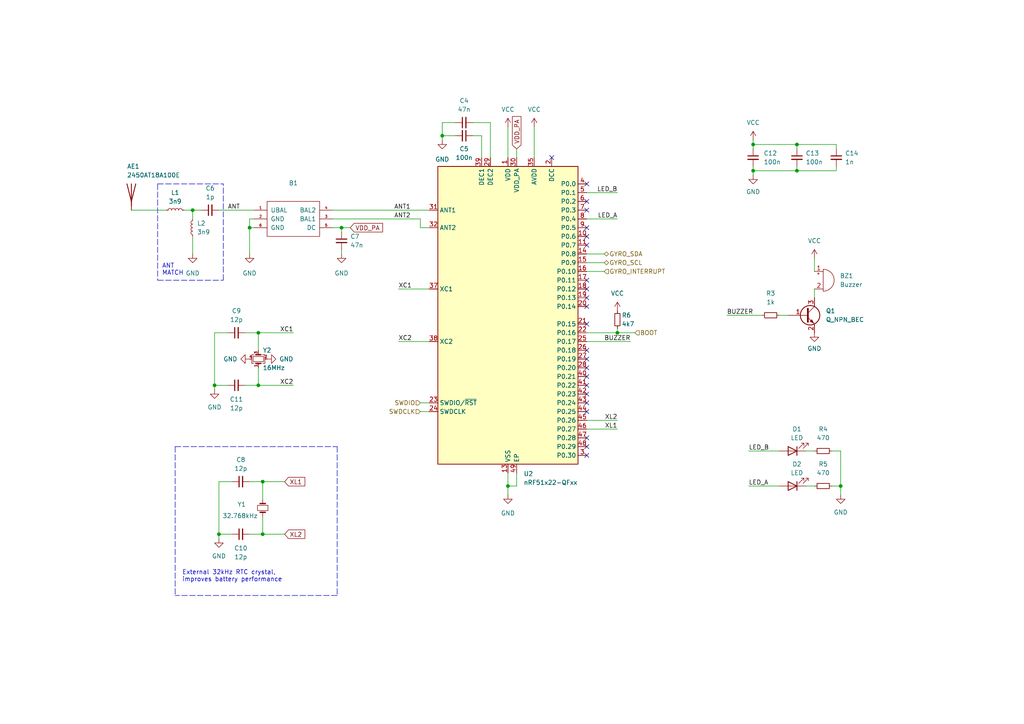
<source format=kicad_sch>
(kicad_sch (version 20211123) (generator eeschema)
  (paper "A4")
  (title_block (title "cockTag MCU & RF Sheet") (date "2022-11-06") (rev "A") (company "cockTag") (comment 1 "Proudly challenging the well-established Polish tracking tag industry"))
  (lib_symbols
    (symbol "Device:Antenna" (pin_numbers hide) (pin_names (offset 1.016) hide)
      (property "Reference" "AE" (at -1.905 1.905 0))
      (property "Value" "Antenna" (at -1.905 0 0))
      (symbol "Antenna_0_1"
        (polyline (pts (xy 0 2.54) (xy 0 -3.81)) (stroke (width 0.254)))
        (polyline (pts (xy 1.27 2.54) (xy 0 -2.54) (xy -1.27 2.54)) (stroke (width 0.254)))
      )
      (symbol "Antenna_1_1"
        (pin input line (at 0 -5.08 90) (length 2.54) (name "A") (number "1"))
      )
    )
    (symbol "Device:Buzzer" (pin_names (offset 0.0254) hide)
      (property "Reference" "BZ" (at 3.81 1.27 0))
      (property "Value" "Buzzer" (at 3.81 -1.27 0))
      (symbol "Buzzer_0_1"
        (arc (start 0 -3.175) (mid 3.175 0) (end 0 3.175))
        (polyline (pts (xy -1.651 1.905) (xy -1.143 1.905)))
        (polyline (pts (xy -1.397 2.159) (xy -1.397 1.651)))
        (polyline (pts (xy 0 3.175) (xy 0 -3.175)))
      )
      (symbol "Buzzer_1_1"
        (pin passive line (at -2.54 2.54 0) (length 2.54) (name "-") (number "1"))
        (pin passive line (at -2.54 -2.54 0) (length 2.54) (name "+") (number "2"))
      )
    )
    (symbol "Device:C_Small" (pin_numbers hide) (pin_names (offset 0.254) hide)
      (property "Reference" "C" (at 0.254 1.778 0))
      (property "Value" "C_Small" (at 0.254 -2.032 0))
      (symbol "C_Small_0_1"
        (polyline (pts (xy -1.524 -0.508) (xy 1.524 -0.508)) (stroke (width 0.3302)))
        (polyline (pts (xy -1.524 0.508) (xy 1.524 0.508)) (stroke (width 0.3048)))
      )
      (symbol "C_Small_1_1"
        (pin passive line (at 0 2.54 270) (length 2.032) (name "~") (number "1"))
        (pin passive line (at 0 -2.54 90) (length 2.032) (name "~") (number "2"))
      )
    )
    (symbol "Device:Crystal_GND24_Small" (pin_names (offset 1.016) hide)
      (property "Reference" "Y" (at 1.27 4.445 0))
      (property "Value" "Crystal_GND24_Small" (at 1.27 2.54 0))
      (symbol "Crystal_GND24_Small_0_1"
        (rectangle (start -0.762 -1.524) (end 0.762 1.524))
        (polyline (pts (xy -1.27 -0.762) (xy -1.27 0.762)) (stroke (width 0.381)))
        (polyline (pts (xy 1.27 -0.762) (xy 1.27 0.762)) (stroke (width 0.381)))
        (polyline (pts (xy -1.27 -1.27) (xy -1.27 -1.905) (xy 1.27 -1.905) (xy 1.27 -1.27)))
        (polyline (pts (xy -1.27 1.27) (xy -1.27 1.905) (xy 1.27 1.905) (xy 1.27 1.27)))
      )
      (symbol "Crystal_GND24_Small_1_1"
        (pin passive line (at -2.54 0 0) (length 1.27) (name "1") (number "1"))
        (pin passive line (at 0 -2.54 90) (length 0.635) (name "2") (number "2"))
        (pin passive line (at 2.54 0 180) (length 1.27) (name "3") (number "3"))
        (pin passive line (at 0 2.54 270) (length 0.635) (name "4") (number "4"))
      )
    )
    (symbol "Device:Crystal_Small" (pin_numbers hide) (pin_names (offset 1.016) hide)
      (property "Reference" "Y" (at 0 2.54 0))
      (property "Value" "Crystal_Small" (at 0 -2.54 0))
      (symbol "Crystal_Small_0_1"
        (rectangle (start -0.762 -1.524) (end 0.762 1.524))
        (polyline (pts (xy -1.27 -0.762) (xy -1.27 0.762)) (stroke (width 0.381)))
        (polyline (pts (xy 1.27 -0.762) (xy 1.27 0.762)) (stroke (width 0.381)))
      )
      (symbol "Crystal_Small_1_1"
        (pin passive line (at -2.54 0 0) (length 1.27) (name "1") (number "1"))
        (pin passive line (at 2.54 0 180) (length 1.27) (name "2") (number "2"))
      )
    )
    (symbol "Device:LED" (pin_numbers hide) (pin_names (offset 1.016) hide)
      (property "Reference" "D" (at 0 2.54 0))
      (property "Value" "LED" (at 0 -2.54 0))
      (symbol "LED_0_1"
        (polyline (pts (xy -1.27 -1.27) (xy -1.27 1.27)) (stroke (width 0.254)))
        (polyline (pts (xy -1.27 0) (xy 1.27 0)))
        (polyline (pts (xy 1.27 -1.27) (xy 1.27 1.27) (xy -1.27 0) (xy 1.27 -1.27)) (stroke (width 0.254)))
        (polyline (pts (xy -3.048 -0.762) (xy -4.572 -2.286) (xy -3.81 -2.286) (xy -4.572 -2.286) (xy -4.572 -1.524)))
        (polyline (pts (xy -1.778 -0.762) (xy -3.302 -2.286) (xy -2.54 -2.286) (xy -3.302 -2.286) (xy -3.302 -1.524)))
      )
      (symbol "LED_1_1"
        (pin passive line (at -3.81 0 0) (length 2.54) (name "K") (number "1"))
        (pin passive line (at 3.81 0 180) (length 2.54) (name "A") (number "2"))
      )
    )
    (symbol "Device:L_Small" (pin_numbers hide) (pin_names (offset 0.254) hide)
      (property "Reference" "L" (at 0.762 1.016 0))
      (property "Value" "L_Small" (at 0.762 -1.016 0))
      (symbol "L_Small_0_1"
        (arc (start 0 -2.032) (mid 0.508 -1.524) (end 0 -1.016))
        (arc (start 0 -1.016) (mid 0.508 -0.508) (end 0 0))
        (arc (start 0 0) (mid 0.508 0.508) (end 0 1.016))
        (arc (start 0 1.016) (mid 0.508 1.524) (end 0 2.032))
      )
      (symbol "L_Small_1_1"
        (pin passive line (at 0 2.54 270) (length 0.508) (name "~") (number "1"))
        (pin passive line (at 0 -2.54 90) (length 0.508) (name "~") (number "2"))
      )
    )
    (symbol "Device:Q_NPN_BEC" (pin_names (offset 0) hide)
      (property "Reference" "Q" (at 5.08 1.27 0))
      (property "Value" "Q_NPN_BEC" (at 5.08 -1.27 0))
      (symbol "Q_NPN_BEC_0_1"
        (polyline (pts (xy 0.635 0.635) (xy 2.54 2.54)))
        (polyline (pts (xy 0.635 -0.635) (xy 2.54 -2.54) (xy 2.54 -2.54)))
        (polyline (pts (xy 0.635 1.905) (xy 0.635 -1.905) (xy 0.635 -1.905)) (stroke (width 0.508)))
        (polyline (pts (xy 1.27 -1.778) (xy 1.778 -1.27) (xy 2.286 -2.286) (xy 1.27 -1.778) (xy 1.27 -1.778)) (fill (type outline)))
        (circle (center 1.27 0) (radius 2.8194) (stroke (width 0.254)))
      )
      (symbol "Q_NPN_BEC_1_1"
        (pin input line (at -5.08 0 0) (length 5.715) (name "B") (number "1"))
        (pin passive line (at 2.54 -5.08 90) (length 2.54) (name "E") (number "2"))
        (pin passive line (at 2.54 5.08 270) (length 2.54) (name "C") (number "3"))
      )
    )
    (symbol "Device:R_Small" (pin_numbers hide) (pin_names (offset 0.254) hide)
      (property "Reference" "R" (at 0.762 0.508 0))
      (property "Value" "R_Small" (at 0.762 -1.016 0))
      (symbol "R_Small_0_1"
        (rectangle (start -0.762 1.778) (end 0.762 -1.778) (stroke (width 0.2032)))
      )
      (symbol "R_Small_1_1"
        (pin passive line (at 0 2.54 270) (length 0.762) (name "~") (number "1"))
        (pin passive line (at 0 -2.54 90) (length 0.762) (name "~") (number "2"))
      )
    )
    (symbol "Lib:nRF-BALUN" (pin_names (offset 1.016))
      (property "Reference" "B" (at -7.62 8.89 0))
      (property "Value" "nRF-BALUN" (at -7.62 6.35 0))
      (symbol "nRF-BALUN_1_0"
        (rectangle (start -7.62 -5.08) (end 7.62 5.08))
      )
      (symbol "nRF-BALUN_1_1"
        (pin input line (at 11.43 2.54 180) (length 3.81) (name "UBAL") (number "1"))
        (pin power_in line (at 11.43 0 180) (length 3.81) (name "GND") (number "2"))
        (pin input line (at -11.43 0 0) (length 3.81) (name "BAL1") (number "3"))
        (pin input line (at -11.43 2.54 0) (length 3.81) (name "BAL2") (number "4"))
        (pin input line (at -11.43 -2.54 0) (length 3.81) (name "DC") (number "5"))
        (pin power_in line (at 11.43 -2.54 180) (length 3.81) (name "GND") (number "6"))
      )
    )
    (symbol "MCU_Nordic:nRF51x22-QFxx"
      (property "Reference" "U" (at 0 2.54 0))
      (property "Value" "nRF51x22-QFxx" (at 0 -2.54 0))
      (symbol "nRF51x22-QFxx_0_1"
        (rectangle (start -20.32 43.18) (end 20.32 -43.18) (stroke (width 0.254)) (fill (type background)))
      )
      (symbol "nRF51x22-QFxx_1_1"
        (pin power_in line (at 0 45.72 270) (length 2.54) (name "VDD") (number "1"))
        (pin bidirectional line (at 22.86 22.86 180) (length 2.54) (name "P0.6") (number "10"))
        (pin bidirectional line (at 22.86 20.32 180) (length 2.54) (name "P0.7") (number "11"))
        (pin passive line (at 0 45.72 270) (length 2.54) hide (name "VDD") (number "12"))
        (pin power_in line (at 0 -45.72 90) (length 2.54) (name "VSS") (number "13"))
        (pin bidirectional line (at 22.86 17.78 180) (length 2.54) (name "P0.8") (number "14"))
        (pin bidirectional line (at 22.86 15.24 180) (length 2.54) (name "P0.9") (number "15"))
        (pin bidirectional line (at 22.86 12.7 180) (length 2.54) (name "P0.10") (number "16"))
        (pin bidirectional line (at 22.86 10.16 180) (length 2.54) (name "P0.11") (number "17"))
        (pin bidirectional line (at 22.86 7.62 180) (length 2.54) (name "P0.12") (number "18"))
        (pin bidirectional line (at 22.86 5.08 180) (length 2.54) (name "P0.13") (number "19"))
        (pin power_out line (at 12.7 45.72 270) (length 2.54) (name "DCC") (number "2"))
        (pin bidirectional line (at 22.86 2.54 180) (length 2.54) (name "P0.14") (number "20"))
        (pin bidirectional line (at 22.86 -2.54 180) (length 2.54) (name "P0.15") (number "21"))
        (pin bidirectional line (at 22.86 -5.08 180) (length 2.54) (name "P0.16") (number "22"))
        (pin bidirectional line (at -22.86 -25.4 0) (length 2.54) (name "SWDIO/~{RST}") (number "23"))
        (pin input line (at -22.86 -27.94 0) (length 2.54) (name "SWDCLK") (number "24"))
        (pin bidirectional line (at 22.86 -7.62 180) (length 2.54) (name "P0.17") (number "25"))
        (pin bidirectional line (at 22.86 -10.16 180) (length 2.54) (name "P0.18") (number "26"))
        (pin bidirectional line (at 22.86 -12.7 180) (length 2.54) (name "P0.19") (number "27"))
        (pin bidirectional line (at 22.86 -15.24 180) (length 2.54) (name "P0.20") (number "28"))
        (pin passive line (at -5.08 45.72 270) (length 2.54) (name "DEC2") (number "29"))
        (pin bidirectional line (at 22.86 -40.64 180) (length 2.54) (name "P0.30") (number "3"))
        (pin power_out line (at 2.54 45.72 270) (length 2.54) (name "VDD_PA") (number "30"))
        (pin output line (at -22.86 30.48 0) (length 2.54) (name "ANT1") (number "31"))
        (pin output line (at -22.86 25.4 0) (length 2.54) (name "ANT2") (number "32"))
        (pin passive line (at 0 -45.72 90) (length 2.54) hide (name "VSS") (number "33"))
        (pin passive line (at 0 -45.72 90) (length 2.54) hide (name "VSS") (number "34"))
        (pin power_in line (at 7.62 45.72 270) (length 2.54) (name "AVDD") (number "35"))
        (pin passive line (at 7.62 45.72 270) (length 2.54) hide (name "AVDD") (number "36"))
        (pin input line (at -22.86 7.62 0) (length 2.54) (name "XC1") (number "37"))
        (pin input line (at -22.86 -7.62 0) (length 2.54) (name "XC2") (number "38"))
        (pin passive line (at -7.62 45.72 270) (length 2.54) (name "DEC1") (number "39"))
        (pin bidirectional line (at 22.86 38.1 180) (length 2.54) (name "P0.0") (number "4"))
        (pin bidirectional line (at 22.86 -17.78 180) (length 2.54) (name "P0.21") (number "40"))
        (pin bidirectional line (at 22.86 -20.32 180) (length 2.54) (name "P0.22") (number "41"))
        (pin bidirectional line (at 22.86 -22.86 180) (length 2.54) (name "P0.23") (number "42"))
        (pin bidirectional line (at 22.86 -25.4 180) (length 2.54) (name "P0.24") (number "43"))
        (pin bidirectional line (at 22.86 -27.94 180) (length 2.54) (name "P0.25") (number "44"))
        (pin bidirectional line (at 22.86 -30.48 180) (length 2.54) (name "P0.26") (number "45"))
        (pin bidirectional line (at 22.86 -33.02 180) (length 2.54) (name "P0.27") (number "46"))
        (pin bidirectional line (at 22.86 -35.56 180) (length 2.54) (name "P0.28") (number "47"))
        (pin bidirectional line (at 22.86 -38.1 180) (length 2.54) (name "P0.29") (number "48"))
        (pin power_in line (at 2.54 -45.72 90) (length 2.54) (name "EP") (number "49"))
        (pin bidirectional line (at 22.86 35.56 180) (length 2.54) (name "P0.1") (number "5"))
        (pin bidirectional line (at 22.86 33.02 180) (length 2.54) (name "P0.2") (number "6"))
        (pin bidirectional line (at 22.86 30.48 180) (length 2.54) (name "P0.3") (number "7"))
        (pin bidirectional line (at 22.86 27.94 180) (length 2.54) (name "P0.4") (number "8"))
        (pin bidirectional line (at 22.86 25.4 180) (length 2.54) (name "P0.5") (number "9"))
      )
    )
    (symbol "power:GND" (power) (pin_names (offset 0))
      (property "Value" "GND" (at 0 -3.81 0))
      (symbol "GND_0_1"
        (polyline (pts (xy 0 0) (xy 0 -1.27) (xy 1.27 -1.27) (xy 0 -2.54) (xy -1.27 -1.27) (xy 0 -1.27)))
      )
      (symbol "GND_1_1"
        (pin power_in line (at 0 0 270) (length 0) hide (name "GND") (number "1"))
      )
    )
    (symbol "power:VCC" (power) (pin_names (offset 0))
      (property "Value" "VCC" (at 0 3.81 0))
      (symbol "VCC_0_1"
        (polyline (pts (xy -0.762 1.27) (xy 0 2.54)))
        (polyline (pts (xy 0 0) (xy 0 2.54)))
        (polyline (pts (xy 0 2.54) (xy 0.762 1.27)))
      )
      (symbol "VCC_1_1"
        (pin power_in line (at 0 0 90) (length 0) hide (name "VCC") (number "1"))
      )
    )
  )
  (junction (at 99.06 66.04))
  (junction (at 218.44 41.91))
  (junction (at 179.07 96.52))
  (junction (at 55.88 60.96))
  (junction (at 62.23 111.76))
  (junction (at 218.44 49.53))
  (junction (at 231.14 49.53))
  (junction (at 74.93 111.76))
  (junction (at 231.14 41.91))
  (junction (at 74.93 96.52))
  (junction (at 72.39 66.04))
  (junction (at 63.5 154.94))
  (junction (at 76.2 139.7))
  (junction (at 76.2 154.94))
  (junction (at 128.27 39.37))
  (junction (at 147.32 140.97))
  (junction (at 243.84 140.97))
  (no_connect (at 170.18 66.04))
  (no_connect (at 170.18 86.36))
  (no_connect (at 170.18 127))
  (no_connect (at 170.18 129.54))
  (no_connect (at 170.18 132.08))
  (no_connect (at 170.18 114.3))
  (no_connect (at 170.18 116.84))
  (no_connect (at 170.18 119.38))
  (no_connect (at 170.18 60.96))
  (no_connect (at 170.18 58.42))
  (no_connect (at 170.18 71.12))
  (no_connect (at 170.18 81.28))
  (no_connect (at 170.18 93.98))
  (no_connect (at 170.18 111.76))
  (no_connect (at 170.18 109.22))
  (no_connect (at 170.18 106.68))
  (no_connect (at 170.18 104.14))
  (no_connect (at 170.18 101.6))
  (no_connect (at 170.18 83.82))
  (no_connect (at 160.02 45.72))
  (no_connect (at 170.18 53.34))
  (no_connect (at 170.18 68.58))
  (no_connect (at 170.18 88.9))
  (wire (pts (xy 147.32 140.97) (xy 147.32 137.16)))
  (wire (pts (xy 115.57 99.06) (xy 124.46 99.06)))
  (wire (pts (xy 170.18 121.92) (xy 179.07 121.92)))
  (wire (pts (xy 175.26 76.2) (xy 170.18 76.2)))
  (wire (pts (xy 76.2 144.78) (xy 76.2 139.7)))
  (wire (pts (xy 243.84 140.97) (xy 241.3 140.97)))
  (wire (pts (xy 76.2 149.86) (xy 76.2 154.94)))
  (wire (pts (xy 170.18 96.52) (xy 179.07 96.52)))
  (wire (pts (xy 175.26 73.66) (xy 170.18 73.66)))
  (polyline (pts (xy 64.77 81.28) (xy 64.77 53.34)))
  (wire (pts (xy 76.2 154.94) (xy 82.55 154.94)))
  (wire (pts (xy 226.06 91.44) (xy 228.6 91.44)))
  (polyline (pts (xy 97.79 172.72) (xy 50.8 172.72)))
  (polyline (pts (xy 50.8 129.54) (xy 97.79 129.54)))
  (wire (pts (xy 128.27 35.56) (xy 132.08 35.56)))
  (wire (pts (xy 74.93 111.76) (xy 85.09 111.76)))
  (wire (pts (xy 128.27 39.37) (xy 132.08 39.37)))
  (wire (pts (xy 170.18 55.88) (xy 179.07 55.88)))
  (wire (pts (xy 137.16 39.37) (xy 139.7 39.37)))
  (wire (pts (xy 218.44 41.91) (xy 231.14 41.91)))
  (wire (pts (xy 210.82 91.44) (xy 220.98 91.44)))
  (wire (pts (xy 217.17 140.97) (xy 226.06 140.97)))
  (wire (pts (xy 62.23 111.76) (xy 62.23 96.52)))
  (wire (pts (xy 149.86 43.18) (xy 149.86 45.72)))
  (wire (pts (xy 71.12 111.76) (xy 74.93 111.76)))
  (wire (pts (xy 179.07 96.52) (xy 184.15 96.52)))
  (polyline (pts (xy 45.72 81.28) (xy 64.77 81.28)))
  (wire (pts (xy 73.66 66.04) (xy 72.39 66.04)))
  (wire (pts (xy 72.39 73.66) (xy 72.39 66.04)))
  (wire (pts (xy 139.7 39.37) (xy 139.7 45.72)))
  (wire (pts (xy 147.32 36.83) (xy 147.32 45.72)))
  (wire (pts (xy 74.93 101.6) (xy 74.93 96.52)))
  (wire (pts (xy 149.86 137.16) (xy 149.86 140.97)))
  (wire (pts (xy 128.27 39.37) (xy 128.27 40.64)))
  (wire (pts (xy 67.31 154.94) (xy 63.5 154.94)))
  (wire (pts (xy 96.52 66.04) (xy 99.06 66.04)))
  (wire (pts (xy 62.23 113.03) (xy 62.23 111.76)))
  (wire (pts (xy 121.92 119.38) (xy 124.46 119.38)))
  (wire (pts (xy 121.92 116.84) (xy 124.46 116.84)))
  (polyline (pts (xy 45.72 53.34) (xy 64.77 53.34)))
  (wire (pts (xy 231.14 48.26) (xy 231.14 49.53)))
  (wire (pts (xy 73.66 63.5) (xy 72.39 63.5)))
  (wire (pts (xy 72.39 139.7) (xy 76.2 139.7)))
  (wire (pts (xy 231.14 49.53) (xy 242.57 49.53)))
  (wire (pts (xy 121.92 63.5) (xy 121.92 66.04)))
  (wire (pts (xy 72.39 63.5) (xy 72.39 66.04)))
  (wire (pts (xy 63.5 139.7) (xy 67.31 139.7)))
  (wire (pts (xy 170.18 63.5) (xy 179.07 63.5)))
  (wire (pts (xy 175.26 78.74) (xy 170.18 78.74)))
  (wire (pts (xy 55.88 63.5) (xy 55.88 60.96)))
  (wire (pts (xy 55.88 73.66) (xy 55.88 68.58)))
  (wire (pts (xy 149.86 140.97) (xy 147.32 140.97)))
  (wire (pts (xy 99.06 66.04) (xy 101.6 66.04)))
  (wire (pts (xy 38.1 60.96) (xy 48.26 60.96)))
  (polyline (pts (xy 50.8 129.54) (xy 50.8 172.72)))
  (wire (pts (xy 121.92 66.04) (xy 124.46 66.04)))
  (wire (pts (xy 231.14 41.91) (xy 231.14 43.18)))
  (wire (pts (xy 71.12 96.52) (xy 74.93 96.52)))
  (wire (pts (xy 241.3 130.81) (xy 243.84 130.81)))
  (wire (pts (xy 236.22 74.93) (xy 236.22 78.74)))
  (wire (pts (xy 154.94 36.83) (xy 154.94 45.72)))
  (wire (pts (xy 231.14 41.91) (xy 242.57 41.91)))
  (wire (pts (xy 218.44 41.91) (xy 218.44 43.18)))
  (wire (pts (xy 218.44 40.64) (xy 218.44 41.91)))
  (wire (pts (xy 242.57 41.91) (xy 242.57 43.18)))
  (wire (pts (xy 76.2 139.7) (xy 82.55 139.7)))
  (wire (pts (xy 233.68 130.81) (xy 236.22 130.81)))
  (wire (pts (xy 243.84 140.97) (xy 243.84 143.51)))
  (wire (pts (xy 66.04 111.76) (xy 62.23 111.76)))
  (wire (pts (xy 99.06 66.04) (xy 99.06 67.31)))
  (polyline (pts (xy 45.72 53.34) (xy 45.72 81.28)))
  (wire (pts (xy 96.52 60.96) (xy 124.46 60.96)))
  (wire (pts (xy 147.32 143.51) (xy 147.32 140.97)))
  (wire (pts (xy 62.23 96.52) (xy 66.04 96.52)))
  (wire (pts (xy 236.22 83.82) (xy 236.22 86.36)))
  (wire (pts (xy 99.06 72.39) (xy 99.06 73.66)))
  (wire (pts (xy 170.18 124.46) (xy 179.07 124.46)))
  (wire (pts (xy 115.57 83.82) (xy 124.46 83.82)))
  (wire (pts (xy 217.17 130.81) (xy 226.06 130.81)))
  (wire (pts (xy 170.18 99.06) (xy 182.88 99.06)))
  (wire (pts (xy 137.16 35.56) (xy 142.24 35.56)))
  (wire (pts (xy 233.68 140.97) (xy 236.22 140.97)))
  (wire (pts (xy 55.88 60.96) (xy 58.42 60.96)))
  (wire (pts (xy 179.07 95.25) (xy 179.07 96.52)))
  (polyline (pts (xy 97.79 129.54) (xy 97.79 172.72)))
  (wire (pts (xy 218.44 49.53) (xy 218.44 50.8)))
  (wire (pts (xy 218.44 48.26) (xy 218.44 49.53)))
  (wire (pts (xy 142.24 35.56) (xy 142.24 45.72)))
  (wire (pts (xy 96.52 63.5) (xy 121.92 63.5)))
  (wire (pts (xy 128.27 35.56) (xy 128.27 39.37)))
  (wire (pts (xy 218.44 49.53) (xy 231.14 49.53)))
  (wire (pts (xy 72.39 154.94) (xy 76.2 154.94)))
  (wire (pts (xy 243.84 130.81) (xy 243.84 140.97)))
  (wire (pts (xy 63.5 156.21) (xy 63.5 154.94)))
  (wire (pts (xy 63.5 60.96) (xy 73.66 60.96)))
  (wire (pts (xy 74.93 96.52) (xy 85.09 96.52)))
  (wire (pts (xy 242.57 49.53) (xy 242.57 48.26)))
  (wire (pts (xy 74.93 106.68) (xy 74.93 111.76)))
  (wire (pts (xy 63.5 154.94) (xy 63.5 139.7)))
  (wire (pts (xy 53.34 60.96) (xy 55.88 60.96)))
  (text "ANT\nMATCH\n" (at 46.99 80.01 0) (effects (font (size 1.27 1.27)) (justify left bottom)))
  (text "External 32kHz RTC crystal,\nimproves battery performance" (at 52.832 168.91 0) (effects (font (size 1.27 1.27)) (justify left bottom)))
  (label "LED_B" (at 179.07 55.88 180))
  (label "ANT2" (at 114.3 63.5 0))
  (label "XC1" (at 85.09 96.52 180))
  (label "BUZZER" (at 210.82 91.44 0))
  (label "BUZZER" (at 182.88 99.06 180))
  (label "LED_A" (at 179.07 63.5 180))
  (label "XC1" (at 115.57 83.82 0))
  (label "LED_B" (at 217.17 130.81 0))
  (label "XL2" (at 179.07 121.92 180))
  (label "ANT" (at 66.04 60.96 0))
  (label "XL1" (at 179.07 124.46 180))
  (label "XC2" (at 115.57 99.06 0))
  (label "LED_A" (at 217.17 140.97 0))
  (label "XC2" (at 85.09 111.76 180))
  (label "ANT1" (at 114.3 60.96 0))
  (global_label "VDD_PA" (shape input) (at 101.6 66.04 0) (property "Intersheet References" "${INTERSHEET_REFS}" (effects hide)))
  (global_label "VDD_PA" (shape input) (at 149.86 43.18 90) (property "Intersheet References" "${INTERSHEET_REFS}" (effects hide)))
  (global_label "XL2" (shape input) (at 82.55 154.94 0) (property "Intersheet References" "${INTERSHEET_REFS}" (effects hide)))
  (global_label "XL1" (shape input) (at 82.55 139.7 0) (property "Intersheet References" "${INTERSHEET_REFS}" (effects hide)))
  (hierarchical_label "SWDCLK" (shape input) (at 121.92 119.38 180))
  (hierarchical_label "GYRO_INTERRUPT" (shape input) (at 175.26 78.74 0))
  (hierarchical_label "SWDIO" (shape input) (at 121.92 116.84 180))
  (hierarchical_label "BOOT" (shape input) (at 184.15 96.52 0))
  (hierarchical_label "GYRO_SCL" (shape bidirectional) (at 175.26 76.2 0))
  (hierarchical_label "GYRO_SDA" (shape bidirectional) (at 175.26 73.66 0))
  (symbol (lib_id "Device:R_Small") (at 238.76 140.97 270) (mirror x) (unit 1)
    (property "Reference" "R5" (at 238.76 134.62 90))
    (property "Value" "470" (at 238.76 137.16 90))
    (property "Footprint" "Resistor_SMD:R_0402_1005Metric" (effects hide))
  )
  (symbol (lib_id "power:GND") (at 218.44 50.8 0) (unit 1)
    (property "Reference" "#PWR030" (effects hide))
    (property "Value" "GND" (at 218.44 55.626 0))
  )
  (symbol (lib_id "power:GND") (at 77.47 104.14 90) (unit 1)
    (property "Reference" "#PWR0101" (effects hide))
    (property "Value" "GND" (at 85.09 104.14 90) (effects (justify left)))
  )
  (symbol (lib_id "power:VCC") (at 218.44 40.64 0) (unit 1)
    (property "Reference" "#PWR029" (effects hide))
    (property "Value" "VCC" (at 218.44 35.56 0))
  )
  (symbol (lib_id "power:GND") (at 147.32 143.51 0) (unit 1)
    (property "Reference" "#PWR028" (effects hide))
    (property "Value" "GND" (at 147.32 148.844 0))
  )
  (symbol (lib_id "Device:C_Small") (at 134.62 39.37 270) (mirror x) (unit 1)
    (property "Reference" "C5" (at 134.62 43.18 90))
    (property "Value" "100n" (at 134.62 45.72 90))
    (property "Footprint" "Capacitor_SMD:C_0402_1005Metric" (effects hide))
  )
  (symbol (lib_id "Device:C_Small") (at 99.06 69.85 0) (mirror y) (unit 1)
    (property "Reference" "C7" (at 101.6 68.5862 0) (effects (justify right)))
    (property "Value" "47n" (at 101.6 71.1262 0) (effects (justify right)))
    (property "Footprint" "Capacitor_SMD:C_0402_1005Metric" (effects hide))
  )
  (symbol (lib_id "Device:C_Small") (at 231.14 45.72 0) (unit 1)
    (property "Reference" "C13" (at 233.68 44.4562 0) (effects (justify left)))
    (property "Value" "100n" (at 233.68 46.9962 0) (effects (justify left)))
    (property "Footprint" "Capacitor_SMD:C_0402_1005Metric" (effects hide))
  )
  (symbol (lib_id "Device:R_Small") (at 223.52 91.44 90) (unit 1)
    (property "Reference" "R3" (at 223.52 85.09 90))
    (property "Value" "1k" (at 223.52 87.63 90))
    (property "Footprint" "Resistor_SMD:R_0402_1005Metric" (effects hide))
  )
  (symbol (lib_id "power:GND") (at 55.88 73.66 0) (mirror y) (unit 1)
    (property "Reference" "#PWR022" (effects hide))
    (property "Value" "GND" (at 55.88 79.248 0))
  )
  (symbol (lib_id "Device:LED") (at 229.87 130.81 180) (unit 1)
    (property "Reference" "D1" (at 231.14 124.46 0))
    (property "Value" "LED" (at 231.14 127 0))
    (property "Footprint" "LED_SMD:LED_0402_1005Metric" (effects hide))
  )
  (symbol (lib_id "Device:C_Small") (at 69.85 139.7 90) (unit 1)
    (property "Reference" "C8" (at 69.8563 133.35 90))
    (property "Value" "12p" (at 69.8563 135.89 90))
    (property "Footprint" "Capacitor_SMD:C_0402_1005Metric" (effects hide))
  )
  (symbol (lib_id "power:VCC") (at 147.32 36.83 0) (unit 1)
    (property "Reference" "#PWR018" (effects hide))
    (property "Value" "VCC" (at 147.32 31.75 0))
  )
  (symbol (lib_id "power:GND") (at 243.84 143.51 0) (unit 1)
    (property "Reference" "#PWR031" (effects hide))
    (property "Value" "GND" (at 243.84 148.59 0))
  )
  (symbol (lib_id "Device:C_Small") (at 242.57 45.72 0) (unit 1)
    (property "Reference" "C14" (at 245.11 44.4562 0) (effects (justify left)))
    (property "Value" "1n" (at 245.11 46.9962 0) (effects (justify left)))
    (property "Footprint" "Capacitor_SMD:C_0402_1005Metric" (effects hide))
  )
  (symbol (lib_id "Device:C_Small") (at 218.44 45.72 0) (unit 1)
    (property "Reference" "C12" (at 221.488 44.4562 0) (effects (justify left)))
    (property "Value" "100n" (at 221.488 46.9962 0) (effects (justify left)))
    (property "Footprint" "Capacitor_SMD:C_0402_1005Metric" (effects hide))
  )
  (symbol (lib_id "power:VCC") (at 236.22 74.93 0) (unit 1)
    (property "Reference" "#PWR021" (effects hide))
    (property "Value" "VCC" (at 236.22 69.85 0))
  )
  (symbol (lib_id "power:GND") (at 62.23 113.03 0) (unit 1)
    (property "Reference" "#PWR027" (effects hide))
    (property "Value" "GND" (at 62.23 118.11 0))
  )
  (symbol (lib_id "Device:C_Small") (at 134.62 35.56 90) (unit 1)
    (property "Reference" "C4" (at 134.6263 29.21 90))
    (property "Value" "47n" (at 134.6263 31.75 90))
    (property "Footprint" "Capacitor_SMD:C_0402_1005Metric" (effects hide))
  )
  (symbol (lib_id "Device:C_Small") (at 69.85 154.94 90) (unit 1)
    (property "Reference" "C10" (at 69.85 159.004 90))
    (property "Value" "12p" (at 69.85 161.544 90))
    (property "Footprint" "Capacitor_SMD:C_0402_1005Metric" (effects hide))
  )
  (symbol (lib_id "Lib:nRF-BALUN") (at 85.09 63.5 0) (mirror y) (unit 1)
    (property "Reference" "B1" (at 85.09 53.086 0))
    (property "Footprint" "Library:FIL_2450BM14E0003T" (effects hide))
    (property "Datasheet" "DOCUMENTATION" (effects hide))
  )
  (symbol (lib_id "Device:R_Small") (at 238.76 130.81 270) (mirror x) (unit 1)
    (property "Reference" "R4" (at 238.76 124.46 90))
    (property "Value" "470" (at 238.76 127 90))
    (property "Footprint" "Resistor_SMD:R_0402_1005Metric" (effects hide))
  )
  (symbol (lib_id "Device:Antenna") (at 38.1 55.88 0) (unit 1)
    (property "Reference" "AE1" (at 36.83 48.26 0) (effects (justify left)))
    (property "Value" "2450AT18A100E" (at 36.83 50.8 0) (effects (justify left)))
    (property "Footprint" "RF_Antenna:Johanson_2450AT18x100" (effects hide))
  )
  (symbol (lib_id "power:GND") (at 236.22 96.52 0) (unit 1)
    (property "Reference" "#PWR025" (effects hide))
    (property "Value" "GND" (at 236.22 101.092 0))
  )
  (symbol (lib_id "Device:L_Small") (at 55.88 66.04 180) (unit 1)
    (property "Reference" "L2" (at 57.15 64.7699 0) (effects (justify right)))
    (property "Value" "3n9" (at 57.15 67.3099 0) (effects (justify right)))
    (property "Footprint" "Inductor_SMD:L_0402_1005Metric" (effects hide))
  )
  (symbol (lib_id "MCU_Nordic:nRF51x22-QFxx") (at 147.32 91.44 0) (unit 1)
    (property "Reference" "U2" (at 151.8794 137.414 0) (effects (justify left)))
    (property "Value" "nRF51x22-QFxx" (at 151.8794 139.954 0) (effects (justify left)))
    (property "Footprint" "Package_DFN_QFN:QFN-48-1EP_6x6mm_P0.4mm_EP4.6x4.6mm" (effects hide))
    (property "Datasheet" "http://infocenter.nordicsemi.com/pdf/nRF51822_PS_v3.3.pdf" (effects hide))
  )
  (symbol (lib_id "Device:R_Small") (at 179.07 92.71 0) (unit 1)
    (property "Reference" "R6" (at 180.34 91.44 0) (effects (justify left)))
    (property "Value" "4k7" (at 180.34 93.98 0) (effects (justify left)))
    (property "Footprint" "Resistor_SMD:R_0402_1005Metric" (effects hide))
  )
  (symbol (lib_id "power:VCC") (at 154.94 36.83 0) (unit 1)
    (property "Reference" "#PWR019" (effects hide))
    (property "Value" "VCC" (at 154.94 31.75 0))
  )
  (symbol (lib_id "Device:C_Small") (at 60.96 60.96 90) (unit 1)
    (property "Reference" "C6" (at 60.9663 54.61 90))
    (property "Value" "1p" (at 60.9663 57.15 90))
    (property "Footprint" "Capacitor_SMD:C_0402_1005Metric" (effects hide))
  )
  (symbol (lib_id "Device:Buzzer") (at 238.76 81.28 0) (unit 1)
    (property "Reference" "BZ1" (at 243.586 80.0099 0) (effects (justify left)))
    (property "Value" "Buzzer" (at 243.586 82.5499 0) (effects (justify left)))
    (property "Footprint" "Buzzer_Beeper:PUIAudio_SMT_0825_S_4_R" (effects hide))
    (property "LCSC" "C409827" (effects hide))
  )
  (symbol (lib_id "Device:L_Small") (at 50.8 60.96 90) (unit 1)
    (property "Reference" "L1" (at 50.8 55.88 90))
    (property "Value" "3n9" (at 50.8 58.42 90))
    (property "Footprint" "Inductor_SMD:L_0402_1005Metric" (effects hide))
  )
  (symbol (lib_id "power:GND") (at 99.06 73.66 0) (mirror y) (unit 1)
    (property "Reference" "#PWR024" (effects hide))
    (property "Value" "GND" (at 99.06 79.248 0))
  )
  (symbol (lib_id "Device:Crystal_Small") (at 76.2 147.32 90) (unit 1)
    (property "Reference" "Y1" (at 68.834 146.304 90) (effects (justify right)))
    (property "Value" "32.768kHz" (at 64.516 149.606 90) (effects (justify right)))
    (property "Footprint" "Crystal:Crystal_SMD_3215-2Pin_3.2x1.5mm" (effects hide))
  )
  (symbol (lib_id "power:GND") (at 72.39 73.66 0) (mirror y) (unit 1)
    (property "Reference" "#PWR023" (effects hide))
    (property "Value" "GND" (at 72.39 79.248 0))
  )
  (symbol (lib_id "power:GND") (at 63.5 156.21 0) (unit 1)
    (property "Reference" "#PWR026" (effects hide))
    (property "Value" "GND" (at 63.5 161.29 0))
  )
  (symbol (lib_id "Device:C_Small") (at 68.58 96.52 90) (unit 1)
    (property "Reference" "C9" (at 68.5863 90.17 90))
    (property "Value" "12p" (at 68.5863 92.71 90))
    (property "Footprint" "Capacitor_SMD:C_0402_1005Metric" (effects hide))
  )
  (symbol (lib_id "Device:Q_NPN_BEC") (at 233.68 91.44 0) (unit 1)
    (property "Reference" "Q1" (at 239.522 90.1699 0) (effects (justify left)))
    (property "Value" "Q_NPN_BEC" (at 239.522 92.7099 0) (effects (justify left)))
    (property "Footprint" "Package_TO_SOT_SMD:SOT-323_SC-70" (effects hide))
  )
  (symbol (lib_id "Device:C_Small") (at 68.58 111.76 90) (unit 1)
    (property "Reference" "C11" (at 68.58 115.824 90))
    (property "Value" "12p" (at 68.58 118.364 90))
    (property "Footprint" "Capacitor_SMD:C_0402_1005Metric" (effects hide))
  )
  (symbol (lib_id "Device:LED") (at 229.87 140.97 180) (unit 1)
    (property "Reference" "D2" (at 231.14 134.62 0))
    (property "Value" "LED" (at 231.14 137.16 0))
    (property "Footprint" "LED_SMD:LED_0402_1005Metric" (effects hide))
  )
  (symbol (lib_id "power:GND") (at 72.39 104.14 270) (unit 1)
    (property "Reference" "#PWR0102" (effects hide))
    (property "Value" "GND" (at 64.77 104.14 90) (effects (justify left)))
  )
  (symbol (lib_id "power:GND") (at 128.27 40.64 0) (unit 1)
    (property "Reference" "#PWR020" (effects hide))
    (property "Value" "GND" (at 128.27 46.228 0))
  )
  (symbol (lib_id "power:VCC") (at 179.07 90.17 0) (unit 1)
    (property "Reference" "#PWR0103" (effects hide))
    (property "Value" "VCC" (at 179.07 85.09 0))
  )
  (symbol (lib_id "Device:Crystal_GND24_Small") (at 74.93 104.14 90) (unit 1)
    (property "Reference" "Y2" (at 76.2 101.6 90) (effects (justify right)))
    (property "Value" "16MHz" (at 76.2 106.68 90) (effects (justify right)))
    (property "Footprint" "Crystal:Crystal_SMD_3225-4Pin_3.2x2.5mm" (effects hide))
  )
)
</source>
